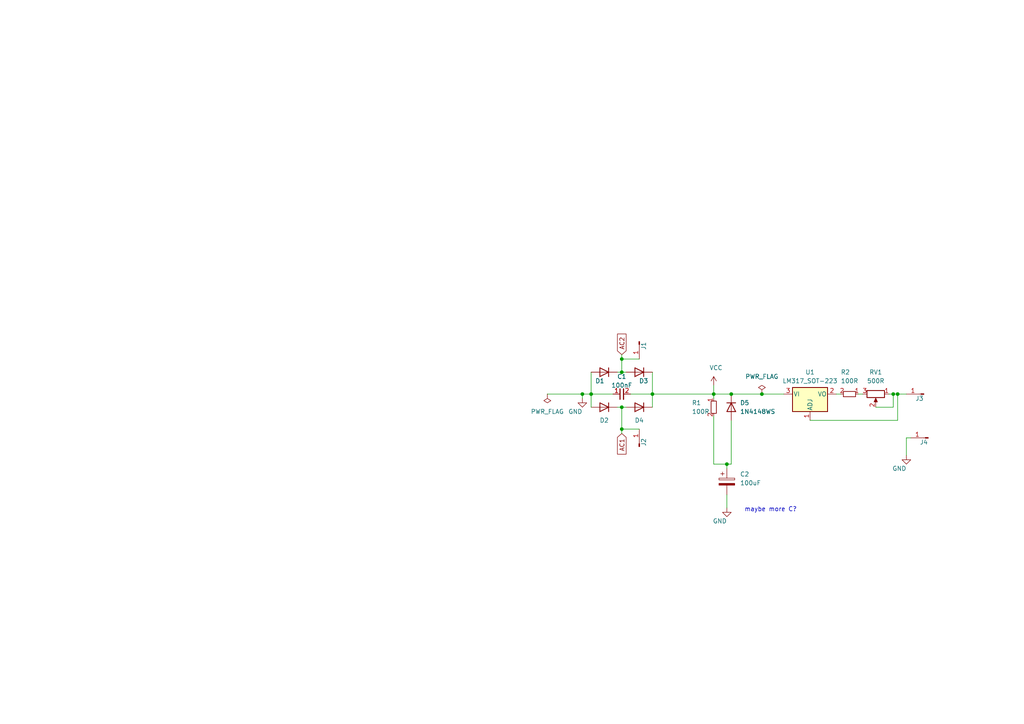
<source format=kicad_sch>
(kicad_sch (version 20231120) (generator "eeschema") (generator_version "8.0")
  (paper "A4")
  (lib_symbols
    (symbol "Connector:Conn_01x01_Pin" (pin_names (offset 1.016) hide)
      (property "Reference" "J" (at 0 2.54 0))
      (property "Value" "Conn_01x01_Pin" (at 0 -2.54 0))
      (symbol "Conn_01x01_Pin_1_1"
        (polyline (pts (xy 1.27 0) (xy 0.8636 0)) (stroke (width 0.1524)))
        (rectangle (start 0.8636 0.127) (end 0 -0.127) (stroke (width 0.1524)) (fill (type outline)))
        (pin passive line (at 5.08 0 180) (length 3.81) (name "Pin_1") (number "1"))
      )
    )
    (symbol "Device:C_Polarized" (pin_numbers hide) (pin_names (offset 0.254))
      (property "Reference" "C" (at 0.635 2.54 0))
      (property "Value" "C_Polarized" (at 0.635 -2.54 0))
      (symbol "C_Polarized_0_1"
        (rectangle (start -2.286 0.508) (end 2.286 1.016))
        (polyline (pts (xy -1.778 2.286) (xy -0.762 2.286)))
        (polyline (pts (xy -1.27 2.794) (xy -1.27 1.778)))
        (rectangle (start 2.286 -0.508) (end -2.286 -1.016) (fill (type outline)))
      )
      (symbol "C_Polarized_1_1"
        (pin passive line (at 0 3.81 270) (length 2.794) (name "~") (number "1"))
        (pin passive line (at 0 -3.81 90) (length 2.794) (name "~") (number "2"))
      )
    )
    (symbol "Device:R_Potentiometer" (pin_names (offset 1.016) hide)
      (property "Reference" "RV" (at -4.445 0 90))
      (property "Value" "R_Potentiometer" (at -2.54 0 90))
      (symbol "R_Potentiometer_0_1"
        (polyline (pts (xy 2.54 0) (xy 1.524 0)))
        (polyline (pts (xy 1.143 0) (xy 2.286 0.508) (xy 2.286 -0.508) (xy 1.143 0)) (fill (type outline)))
        (rectangle (start 1.016 2.54) (end -1.016 -2.54) (stroke (width 0.254)))
      )
      (symbol "R_Potentiometer_1_1"
        (pin passive line (at 0 3.81 270) (length 1.27) (name "1") (number "1"))
        (pin passive line (at 3.81 0 180) (length 1.27) (name "2") (number "2"))
        (pin passive line (at 0 -3.81 90) (length 1.27) (name "3") (number "3"))
      )
    )
    (symbol "Regulator_Linear:LM317_SOT-223" (pin_names (offset 0.254))
      (property "Reference" "U" (at -3.81 3.175 0))
      (property "Value" "LM317_SOT-223" (at 0 3.175 0))
      (symbol "LM317_SOT-223_0_1"
        (rectangle (start -5.08 1.905) (end 5.08 -5.08) (stroke (width 0.254)) (fill (type background)))
      )
      (symbol "LM317_SOT-223_1_1"
        (pin input line (at 0 -7.62 90) (length 2.54) (name "ADJ") (number "1"))
        (pin power_out line (at 7.62 0 180) (length 2.54) (name "VO") (number "2"))
        (pin power_in line (at -7.62 0 0) (length 2.54) (name "VI") (number "3"))
      )
    )
    (symbol "capacitor_miscellaneous:C_0603_100nF"
      (property "Reference" "U" (at 1.27 2.54 0))
      (property "Value" "100nF" (at 3.81 -2.54 0))
      (property "JLCPCB Part#" "C14663" (at 0 0 0))
      (symbol "C_0603_100nF_0_1"
        (polyline (pts (xy -1.524 -0.508) (xy 1.524 -0.508)) (stroke (width 0.3302)))
        (polyline (pts (xy -1.524 0.508) (xy 1.524 0.508)) (stroke (width 0.3048)))
      )
      (symbol "C_0603_100nF_1_1"
        (pin passive line (at 0 2.54 270) (length 2.032) (name "~") (number "1"))
        (pin passive line (at 0 -2.54 90) (length 2.032) (name "~") (number "2"))
      )
    )
    (symbol "custom_kicad_lib_sk:1N4148WS" (pin_numbers hide) (pin_names hide)
      (property "Reference" "D" (at 0 2.54 0))
      (property "Value" "1N4148WS" (at 0 -2.54 0))
      (symbol "1N4148WS_0_1"
        (polyline (pts (xy -1.27 1.27) (xy -1.27 -1.27)) (stroke (width 0.254)))
        (polyline (pts (xy 1.27 0) (xy -1.27 0)))
        (polyline (pts (xy 1.27 1.27) (xy 1.27 -1.27) (xy -1.27 0) (xy 1.27 1.27)) (stroke (width 0.254)))
      )
      (symbol "1N4148WS_1_1"
        (pin passive line (at -3.81 0 0) (length 2.54) (name "K") (number "1"))
        (pin passive line (at 3.81 0 180) (length 2.54) (name "A") (number "2"))
      )
    )
    (symbol "power:GND" (power) (pin_names (offset 0))
      (property "Value" "GND" (at 0 -3.81 0))
      (symbol "GND_0_1"
        (polyline (pts (xy 0 0) (xy 0 -1.27) (xy 1.27 -1.27) (xy 0 -2.54) (xy -1.27 -1.27) (xy 0 -1.27)))
      )
      (symbol "GND_1_1"
        (pin power_in line (at 0 0 270) (length 0) hide (name "GND") (number "1"))
      )
    )
    (symbol "power:PWR_FLAG" (power) (pin_numbers hide) (pin_names (offset 0) hide)
      (property "Value" "PWR_FLAG" (at 0 3.81 0))
      (symbol "PWR_FLAG_0_0"
        (pin power_out line (at 0 0 90) (length 0) (name "pwr") (number "1"))
      )
      (symbol "PWR_FLAG_0_1"
        (polyline (pts (xy 0 0) (xy 0 1.27) (xy -1.016 1.905) (xy 0 2.54) (xy 1.016 1.905) (xy 0 1.27)))
      )
    )
    (symbol "power:VCC" (power) (pin_names (offset 0))
      (property "Value" "VCC" (at 0 3.81 0))
      (symbol "VCC_0_1"
        (polyline (pts (xy -0.762 1.27) (xy 0 2.54)))
        (polyline (pts (xy 0 0) (xy 0 2.54)))
        (polyline (pts (xy 0 2.54) (xy 0.762 1.27)))
      )
      (symbol "VCC_1_1"
        (pin power_in line (at 0 0 90) (length 0) hide (name "VCC") (number "1"))
      )
    )
    (symbol "resistors_0603:R_100R_0603"
      (property "Reference" "R" (at 1.27 2.54 0))
      (property "Value" "100R" (at 2.54 -2.54 0))
      (symbol "R_100R_0603_0_1"
        (rectangle (start -0.762 1.778) (end 0.762 -1.778) (stroke (width 0.2032)))
      )
      (symbol "R_100R_0603_1_1"
        (pin passive line (at 0 2.54 270) (length 0.762) (name "~") (number "1"))
        (pin passive line (at 0 -2.54 90) (length 0.762) (name "~") (number "2"))
      )
    )
  )
  (junction (at 207.01 114.3))
  (junction (at 259.08 114.3))
  (junction (at 168.91 114.3))
  (junction (at 220.98 114.3))
  (junction (at 212.09 114.3))
  (junction (at 189.23 114.3))
  (junction (at 180.34 104.14))
  (junction (at 260.35 114.3))
  (junction (at 180.34 107.95))
  (junction (at 171.45 114.3))
  (junction (at 180.34 118.11))
  (junction (at 180.34 124.46))
  (junction (at 210.82 134.62))
  (wire (pts (xy 180.34 102.87) (xy 180.34 104.14)))
  (wire (pts (xy 207.01 114.3) (xy 207.01 115.57)))
  (wire (pts (xy 180.34 104.14) (xy 180.34 107.95)))
  (wire (pts (xy 180.34 107.95) (xy 179.07 107.95)))
  (wire (pts (xy 185.42 124.46) (xy 180.34 124.46)))
  (wire (pts (xy 180.34 118.11) (xy 180.34 124.46)))
  (wire (pts (xy 180.34 107.95) (xy 181.61 107.95)))
  (wire (pts (xy 171.45 114.3) (xy 171.45 118.11)))
  (wire (pts (xy 250.19 114.3) (xy 248.92 114.3)))
  (wire (pts (xy 180.34 124.46) (xy 180.34 125.73)))
  (wire (pts (xy 212.09 114.3) (xy 220.98 114.3)))
  (wire (pts (xy 212.09 121.92) (xy 212.09 134.62)))
  (wire (pts (xy 210.82 134.62) (xy 210.82 135.89)))
  (wire (pts (xy 171.45 114.3) (xy 177.8 114.3)))
  (wire (pts (xy 262.89 132.08) (xy 262.89 127)))
  (wire (pts (xy 262.89 127) (xy 264.16 127)))
  (wire (pts (xy 259.08 114.3) (xy 260.35 114.3)))
  (wire (pts (xy 207.01 111.76) (xy 207.01 114.3)))
  (wire (pts (xy 260.35 121.92) (xy 234.95 121.92)))
  (wire (pts (xy 189.23 114.3) (xy 207.01 114.3)))
  (wire (pts (xy 182.88 114.3) (xy 189.23 114.3)))
  (wire (pts (xy 207.01 134.62) (xy 210.82 134.62)))
  (wire (pts (xy 260.35 114.3) (xy 262.89 114.3)))
  (wire (pts (xy 207.01 114.3) (xy 212.09 114.3)))
  (wire (pts (xy 189.23 114.3) (xy 189.23 118.11)))
  (wire (pts (xy 210.82 143.51) (xy 210.82 147.32)))
  (wire (pts (xy 210.82 134.62) (xy 212.09 134.62)))
  (wire (pts (xy 259.08 114.3) (xy 257.81 114.3)))
  (wire (pts (xy 158.75 114.3) (xy 168.91 114.3)))
  (wire (pts (xy 242.57 114.3) (xy 243.84 114.3)))
  (wire (pts (xy 171.45 107.95) (xy 171.45 114.3)))
  (wire (pts (xy 185.42 104.14) (xy 180.34 104.14)))
  (wire (pts (xy 207.01 120.65) (xy 207.01 134.62)))
  (wire (pts (xy 227.33 114.3) (xy 220.98 114.3)))
  (wire (pts (xy 259.08 118.11) (xy 259.08 114.3)))
  (wire (pts (xy 254 118.11) (xy 259.08 118.11)))
  (wire (pts (xy 171.45 114.3) (xy 168.91 114.3)))
  (wire (pts (xy 189.23 107.95) (xy 189.23 114.3)))
  (wire (pts (xy 180.34 118.11) (xy 181.61 118.11)))
  (wire (pts (xy 260.35 114.3) (xy 260.35 121.92)))
  (wire (pts (xy 180.34 118.11) (xy 179.07 118.11)))
  (wire (pts (xy 168.91 115.57) (xy 168.91 114.3)))
  (text "maybe more C?" (at 215.9 148.59 0) (effects (font (size 1.27 1.27)) (justify left bottom)))
  (global_label "AC2" (shape input) (at 180.34 102.87 90) (property "Intersheetrefs" "${INTERSHEET_REFS}" (effects (hide yes))))
  (global_label "AC1" (shape input) (at 180.34 125.73 270) (property "Intersheetrefs" "${INTERSHEET_REFS}" (effects (hide yes))))
  (symbol (lib_id "Device:C_Polarized") (at 210.82 139.7 0) (unit 1)
    (property "Reference" "C2" (at 214.63 137.5409 0) (effects (justify left)))
    (property "Value" "100uF" (at 214.63 140.0809 0) (effects (justify left)))
    (property "Footprint" "Capacitor_SMD:CP_Elec_6.3x7.7" (effects (hide yes)))
    (property "Description" "Polarized capacitor" (effects (hide yes)))
    (property "JLCPCB Part#" "C59935" (effects (hide yes)))
  )
  (symbol (lib_id "custom_kicad_lib_sk:1N4148WS") (at 185.42 107.95 180) (unit 1)
    (property "Reference" "D3" (at 186.69 110.49 0))
    (property "Value" "1N4148WS" (effects (hide yes)))
    (property "Footprint" "Diode_SMD:D_SOD-323" (effects (hide yes)))
    (property "Datasheet" "https://www.vishay.com/docs/85751/1n4148ws.pdf" (effects (hide yes)))
    (property "Sim.Device" "D" (effects (hide yes)))
    (property "Sim.Pins" "1=K 2=A" (effects (hide yes)))
    (property "JLCPCB Part#" "C2128" (effects (hide yes)))
  )
  (symbol (lib_id "power:VCC") (at 207.01 111.76 0) (unit 1)
    (property "Reference" "#PWR02" (effects (hide yes)))
    (property "Value" "VCC" (at 205.74 106.68 0) (effects (justify left)))
  )
  (symbol (lib_id "power:PWR_FLAG") (at 158.75 114.3 180) (unit 1)
    (property "Reference" "#FLG01" (effects (hide yes)))
    (property "Value" "PWR_FLAG" (at 158.75 119.38 0))
  )
  (symbol (lib_id "resistors_0603:R_100R_0603") (at 207.01 118.11 0) (unit 1)
    (property "Reference" "R1" (at 200.66 116.84 0) (effects (justify left)))
    (property "Value" "100R" (at 200.66 119.38 0) (effects (justify left)))
    (property "Footprint" "custom_kicad_lib_sk:R_0603_smalltext" (effects (hide yes)))
    (property "JLCPCB Part#" "C22775" (effects (hide yes)))
  )
  (symbol (lib_id "power:GND") (at 262.89 132.08 0) (unit 1)
    (property "Reference" "#PWR04" (effects (hide yes)))
    (property "Value" "GND" (at 262.89 135.89 0) (effects (justify right)))
  )
  (symbol (lib_id "Connector:Conn_01x01_Pin") (at 185.42 99.06 270) (unit 1)
    (property "Reference" "J1" (at 186.69 100.33 0))
    (property "Value" "Conn_01x01_Pin" (effects (hide yes)))
    (property "Footprint" "Connector_Wire:SolderWirePad_1x01_SMD_1x2mm" (effects (hide yes)))
  )
  (symbol (lib_id "Connector:Conn_01x01_Pin") (at 269.24 127 180) (unit 1)
    (property "Reference" "J4" (at 267.97 128.27 0))
    (property "Value" "Conn_01x01_Pin" (effects (hide yes)))
    (property "Footprint" "Connector_Wire:SolderWirePad_1x01_SMD_1x2mm" (effects (hide yes)))
  )
  (symbol (lib_id "custom_kicad_lib_sk:1N4148WS") (at 175.26 118.11 180) (unit 1)
    (property "Reference" "D2" (at 175.26 121.92 0))
    (property "Value" "1N4148WS" (effects (hide yes)))
    (property "Footprint" "Diode_SMD:D_SOD-323" (effects (hide yes)))
    (property "Datasheet" "https://www.vishay.com/docs/85751/1n4148ws.pdf" (effects (hide yes)))
    (property "Sim.Device" "D" (effects (hide yes)))
    (property "Sim.Pins" "1=K 2=A" (effects (hide yes)))
    (property "JLCPCB Part#" "C2128" (effects (hide yes)))
  )
  (symbol (lib_id "custom_kicad_lib_sk:1N4148WS") (at 185.42 118.11 180) (unit 1)
    (property "Reference" "D4" (at 185.42 121.92 0))
    (property "Value" "1N4148WS" (effects (hide yes)))
    (property "Footprint" "Diode_SMD:D_SOD-323" (effects (hide yes)))
    (property "Datasheet" "https://www.vishay.com/docs/85751/1n4148ws.pdf" (effects (hide yes)))
    (property "Sim.Device" "D" (effects (hide yes)))
    (property "Sim.Pins" "1=K 2=A" (effects (hide yes)))
    (property "JLCPCB Part#" "C2128" (effects (hide yes)))
  )
  (symbol (lib_id "resistors_0603:R_100R_0603") (at 246.38 114.3 270) (unit 1)
    (property "Reference" "R2" (at 243.84 107.95 90) (effects (justify left)))
    (property "Value" "100R" (at 243.84 110.49 90) (effects (justify left)))
    (property "Footprint" "custom_kicad_lib_sk:R_0603_smalltext" (effects (hide yes)))
    (property "JLCPCB Part#" "C22775" (effects (hide yes)))
  )
  (symbol (lib_id "Device:R_Potentiometer") (at 254 114.3 270) (unit 1)
    (property "Reference" "RV1" (at 254 107.95 90))
    (property "Value" "500R" (at 254 110.49 90))
    (property "Footprint" "Potentiometer_SMD:Potentiometer_Bourns_TC33X_Vertical" (effects (hide yes)))
    (property "JLCPCB Part#" "C720649" (effects (hide yes)))
  )
  (symbol (lib_id "power:GND") (at 210.82 147.32 0) (unit 1)
    (property "Reference" "#PWR03" (effects (hide yes)))
    (property "Value" "GND" (at 210.82 151.13 0) (effects (justify right)))
  )
  (symbol (lib_id "Connector:Conn_01x01_Pin") (at 185.42 129.54 90) (unit 1)
    (property "Reference" "J2" (at 186.69 128.27 0))
    (property "Value" "Conn_01x01_Pin" (effects (hide yes)))
    (property "Footprint" "Connector_Wire:SolderWirePad_1x01_SMD_1x2mm" (effects (hide yes)))
  )
  (symbol (lib_id "custom_kicad_lib_sk:1N4148WS") (at 175.26 107.95 180) (unit 1)
    (property "Reference" "D1" (at 173.99 110.49 0))
    (property "Value" "1N4148WS" (effects (hide yes)))
    (property "Footprint" "Diode_SMD:D_SOD-323" (effects (hide yes)))
    (property "Datasheet" "https://www.vishay.com/docs/85751/1n4148ws.pdf" (effects (hide yes)))
    (property "Sim.Device" "D" (effects (hide yes)))
    (property "Sim.Pins" "1=K 2=A" (effects (hide yes)))
    (property "JLCPCB Part#" "C2128" (effects (hide yes)))
  )
  (symbol (lib_id "capacitor_miscellaneous:C_0603_100nF") (at 180.34 114.3 90) (unit 1)
    (property "Reference" "C1" (at 180.34 109.22 90))
    (property "Value" "100nF" (at 180.34 111.76 90))
    (property "Footprint" "Capacitor_SMD:C_0603_1608Metric" (effects (hide yes)))
    (property "JLCPCB Part#" "C14663" (effects (hide yes)))
  )
  (symbol (lib_id "Connector:Conn_01x01_Pin") (at 267.97 114.3 180) (unit 1)
    (property "Reference" "J3" (at 266.7 115.57 0))
    (property "Value" "Conn_01x01_Pin" (effects (hide yes)))
    (property "Footprint" "Connector_Wire:SolderWirePad_1x01_SMD_1x2mm" (effects (hide yes)))
  )
  (symbol (lib_id "custom_kicad_lib_sk:1N4148WS") (at 212.09 118.11 270) (unit 1)
    (property "Reference" "D5" (at 214.63 116.84 90) (effects (justify left)))
    (property "Value" "1N4148WS" (at 214.63 119.38 90) (effects (justify left)))
    (property "Footprint" "Diode_SMD:D_SOD-323" (effects (hide yes)))
    (property "Datasheet" "https://www.vishay.com/docs/85751/1n4148ws.pdf" (effects (hide yes)))
    (property "Sim.Device" "D" (effects (hide yes)))
    (property "Sim.Pins" "1=K 2=A" (effects (hide yes)))
    (property "JLCPCB Part#" "C2128" (effects (hide yes)))
  )
  (symbol (lib_id "Regulator_Linear:LM317_SOT-223") (at 234.95 114.3 0) (unit 1)
    (property "Reference" "U1" (at 234.95 107.95 0))
    (property "Value" "LM317_SOT-223" (at 234.95 110.49 0))
    (property "Footprint" "Package_TO_SOT_SMD:SOT-223-3_TabPin2" (effects (hide yes)))
    (property "Datasheet" "http://www.ti.com/lit/ds/symlink/lm317.pdf" (effects (hide yes)))
    (property "Description" "1.5A 35V Adjustable Linear Regulator, SOT-223" (effects (hide yes)))
    (property "JLCPCB Part#" "C84244" (effects (hide yes)))
  )
  (symbol (lib_id "power:GND") (at 168.91 115.57 0) (unit 1)
    (property "Reference" "#PWR01" (effects (hide yes)))
    (property "Value" "GND" (at 168.91 119.38 0) (effects (justify right)))
  )
  (symbol (lib_id "power:PWR_FLAG") (at 220.98 114.3 0) (unit 1)
    (property "Reference" "#FLG02" (effects (hide yes)))
    (property "Value" "PWR_FLAG" (at 220.98 109.22 0))
  )
)
</source>
